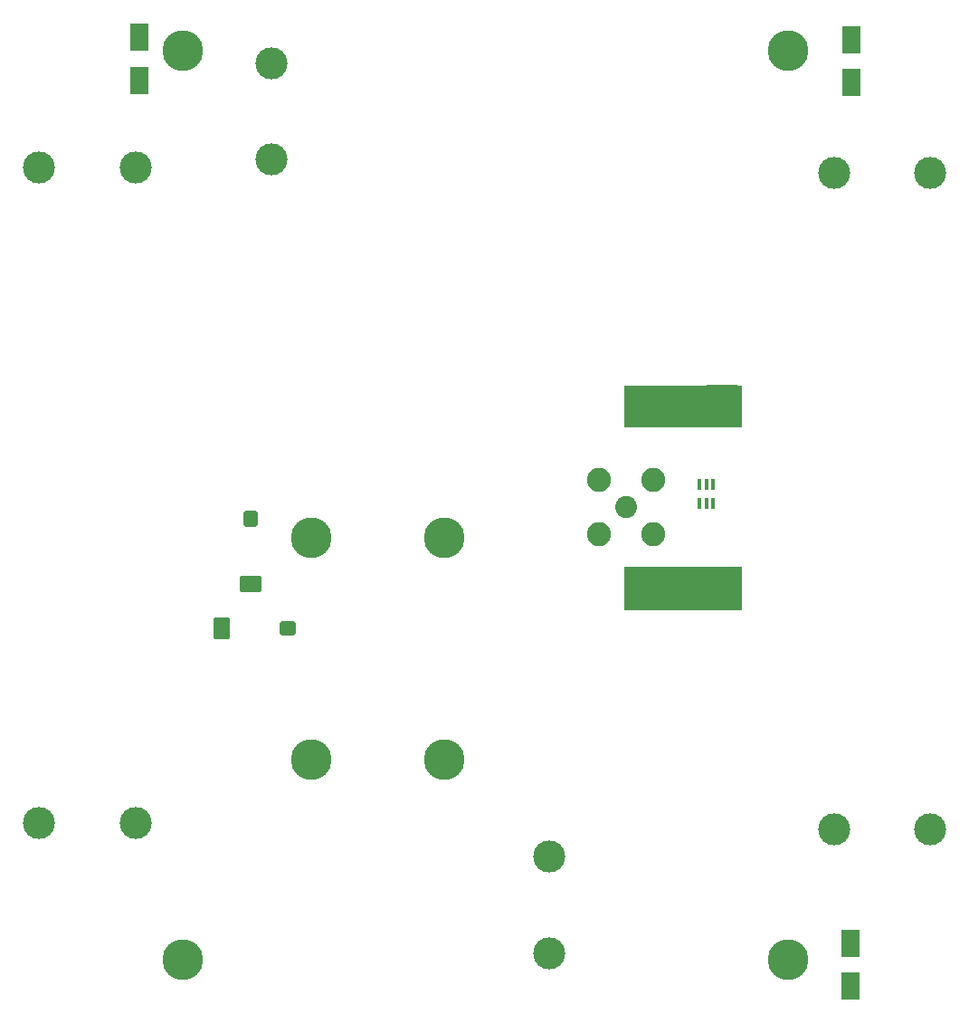
<source format=gts>
%TF.GenerationSoftware,KiCad,Pcbnew,9.0.1*%
%TF.CreationDate,2025-04-07T03:16:16-07:00*%
%TF.ProjectId,ZPlus_Panel,5a506c75-735f-4506-916e-656c2e6b6963,2.4*%
%TF.SameCoordinates,Original*%
%TF.FileFunction,Soldermask,Top*%
%TF.FilePolarity,Negative*%
%FSLAX46Y46*%
G04 Gerber Fmt 4.6, Leading zero omitted, Abs format (unit mm)*
G04 Created by KiCad (PCBNEW 9.0.1) date 2025-04-07 03:16:16*
%MOMM*%
%LPD*%
G01*
G04 APERTURE LIST*
G04 Aperture macros list*
%AMRoundRect*
0 Rectangle with rounded corners*
0 $1 Rounding radius*
0 $2 $3 $4 $5 $6 $7 $8 $9 X,Y pos of 4 corners*
0 Add a 4 corners polygon primitive as box body*
4,1,4,$2,$3,$4,$5,$6,$7,$8,$9,$2,$3,0*
0 Add four circle primitives for the rounded corners*
1,1,$1+$1,$2,$3*
1,1,$1+$1,$4,$5*
1,1,$1+$1,$6,$7*
1,1,$1+$1,$8,$9*
0 Add four rect primitives between the rounded corners*
20,1,$1+$1,$2,$3,$4,$5,0*
20,1,$1+$1,$4,$5,$6,$7,0*
20,1,$1+$1,$6,$7,$8,$9,0*
20,1,$1+$1,$8,$9,$2,$3,0*%
%AMFreePoly0*
4,1,5,2.000000,-5.500000,-2.000000,-5.500000,-2.000000,5.500000,2.000000,5.500000,2.000000,-5.500000,2.000000,-5.500000,$1*%
G04 Aperture macros list end*
%ADD10C,3.000000*%
%ADD11C,2.600000*%
%ADD12C,3.800000*%
%ADD13RoundRect,0.187500X-0.862500X0.562500X-0.862500X-0.562500X0.862500X-0.562500X0.862500X0.562500X0*%
%ADD14RoundRect,0.162500X-0.487500X0.587500X-0.487500X-0.587500X0.487500X-0.587500X0.487500X0.587500X0*%
%ADD15RoundRect,0.175000X-0.825000X0.525000X-0.825000X-0.525000X0.825000X-0.525000X0.825000X0.525000X0*%
%ADD16RoundRect,0.150000X-0.450000X0.550000X-0.450000X-0.550000X0.450000X-0.550000X0.450000X0.550000X0*%
%ADD17R,1.700000X2.500000*%
%ADD18FreePoly0,90.000000*%
%ADD19R,11.000000X4.000000*%
%ADD20R,3.000000X4.000000*%
%ADD21RoundRect,0.187500X0.562500X0.862500X-0.562500X0.862500X-0.562500X-0.862500X0.562500X-0.862500X0*%
%ADD22RoundRect,0.162500X0.587500X0.487500X-0.587500X0.487500X-0.587500X-0.487500X0.587500X-0.487500X0*%
%ADD23RoundRect,0.175000X0.525000X0.825000X-0.525000X0.825000X-0.525000X-0.825000X0.525000X-0.825000X0*%
%ADD24RoundRect,0.150000X0.550000X0.450000X-0.550000X0.450000X-0.550000X-0.450000X0.550000X-0.450000X0*%
%ADD25R,0.350000X1.000000*%
%ADD26C,2.050000*%
%ADD27C,2.250000*%
G04 APERTURE END LIST*
D10*
%TO.C,SC2*%
X106738000Y-56893200D03*
X115738000Y-56893200D03*
%TD*%
D11*
%TO.C,H2*%
X120163000Y-46000000D03*
D12*
X120163000Y-46000000D03*
%TD*%
D10*
%TO.C,SC4*%
X154438000Y-121350000D03*
X154438000Y-130350000D03*
%TD*%
D11*
%TO.C,H4*%
X132163000Y-112293200D03*
D12*
X132163000Y-112293200D03*
%TD*%
D11*
%TO.C,H8*%
X144663000Y-112293200D03*
D12*
X144663000Y-112293200D03*
%TD*%
D13*
%TO.C,D7*%
X126513000Y-95843200D03*
D14*
X126513000Y-89743200D03*
D15*
X126513000Y-95843200D03*
D16*
X126513000Y-89743200D03*
%TD*%
D11*
%TO.C,H7*%
X144663000Y-91493200D03*
D12*
X144663000Y-91493200D03*
%TD*%
D11*
%TO.C,H5*%
X176837000Y-46000000D03*
D12*
X176837000Y-46000000D03*
%TD*%
D17*
%TO.C,D0*%
X116088000Y-44718200D03*
X116088000Y-48718200D03*
%TD*%
D10*
%TO.C,SC1*%
X128463000Y-56118200D03*
X128463000Y-47118200D03*
%TD*%
%TO.C,SC6*%
X181138000Y-57393200D03*
X190138000Y-57393200D03*
%TD*%
D18*
%TO.C,AE1*%
X167008000Y-96273200D03*
D19*
X167008000Y-79193200D03*
D20*
X170608000Y-96283200D03*
X170608000Y-79183200D03*
%TD*%
D10*
%TO.C,SC3*%
X115738000Y-118193200D03*
X106738000Y-118193200D03*
%TD*%
D11*
%TO.C,H6*%
X176837000Y-131000000D03*
D12*
X176837000Y-131000000D03*
%TD*%
D21*
%TO.C,D8*%
X123863000Y-99968200D03*
D22*
X129963000Y-99968200D03*
D23*
X123863000Y-99968200D03*
D24*
X129963000Y-99968200D03*
%TD*%
D10*
%TO.C,SC5*%
X190138000Y-118793200D03*
X181138000Y-118793200D03*
%TD*%
D17*
%TO.C,D6*%
X182788000Y-44918200D03*
X182788000Y-48918200D03*
%TD*%
D11*
%TO.C,H1*%
X120163000Y-131000000D03*
D12*
X120163000Y-131000000D03*
%TD*%
D25*
%TO.C,U2*%
X168512000Y-88277200D03*
X169162000Y-88277200D03*
X169812000Y-88277200D03*
X169812000Y-86477200D03*
X169162000Y-86477200D03*
X168512000Y-86477200D03*
%TD*%
D11*
%TO.C,H3*%
X132163000Y-91493200D03*
D12*
X132163000Y-91493200D03*
%TD*%
D17*
%TO.C,D4*%
X182688000Y-129443200D03*
X182688000Y-133443200D03*
%TD*%
D26*
%TO.C,J1*%
X161638000Y-88593200D03*
D27*
X159098000Y-91133200D03*
X164178000Y-91133200D03*
X159098000Y-86053200D03*
X164178000Y-86053200D03*
%TD*%
M02*

</source>
